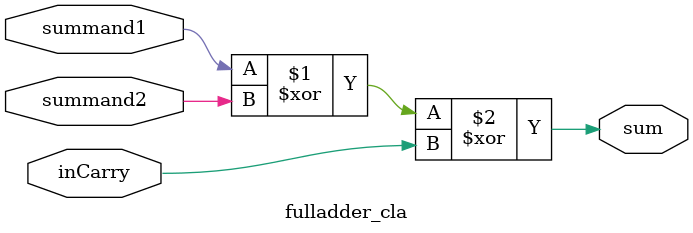
<source format=v>

module fulladder_cla(
	input summand1,
	input summand2,
	input inCarry,
	output sum
);

	assign sum = ((summand1 ^ summand2) ^ inCarry);
	
endmodule

</source>
